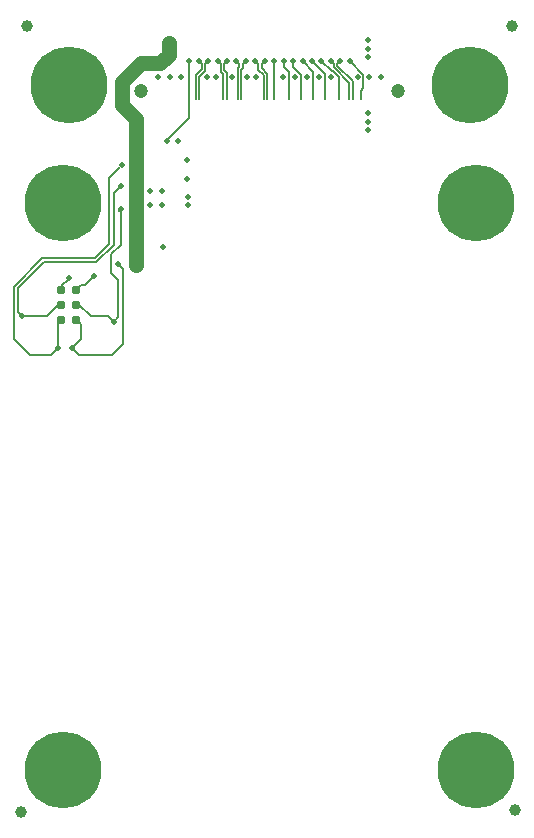
<source format=gbr>
%TF.GenerationSoftware,KiCad,Pcbnew,(5.1.9)-1*%
%TF.CreationDate,2021-04-06T13:06:01-07:00*%
%TF.ProjectId,SZG-TEMPLATE-STD,535a472d-5445-44d5-904c-4154452d5354,A*%
%TF.SameCoordinates,Original*%
%TF.FileFunction,Copper,L1,Top*%
%TF.FilePolarity,Positive*%
%FSLAX46Y46*%
G04 Gerber Fmt 4.6, Leading zero omitted, Abs format (unit mm)*
G04 Created by KiCad (PCBNEW (5.1.9)-1) date 2021-04-06 13:06:01*
%MOMM*%
%LPD*%
G01*
G04 APERTURE LIST*
%TA.AperFunction,ConnectorPad*%
%ADD10C,0.787400*%
%TD*%
%TA.AperFunction,ConnectorPad*%
%ADD11C,6.500000*%
%TD*%
%TA.AperFunction,ComponentPad*%
%ADD12C,3.600000*%
%TD*%
%TA.AperFunction,ComponentPad*%
%ADD13C,1.200000*%
%TD*%
%TA.AperFunction,SMDPad,CuDef*%
%ADD14C,1.000000*%
%TD*%
%TA.AperFunction,ViaPad*%
%ADD15C,0.508000*%
%TD*%
%TA.AperFunction,Conductor*%
%ADD16C,1.270000*%
%TD*%
%TA.AperFunction,Conductor*%
%ADD17C,0.177800*%
%TD*%
%TA.AperFunction,Conductor*%
%ADD18C,0.152400*%
%TD*%
%TA.AperFunction,Conductor*%
%ADD19C,0.133350*%
%TD*%
G04 APERTURE END LIST*
D10*
%TO.P,J2,1*%
%TO.N,+3V3*%
X126035000Y-85670000D03*
%TO.P,J2,2*%
%TO.N,/MCU_SCL_USCK*%
X124765000Y-85670000D03*
%TO.P,J2,3*%
%TO.N,/MCU_SDA_MOSI*%
X126035000Y-84400000D03*
%TO.P,J2,4*%
%TO.N,/MCU_MISO*%
X124765000Y-84400000D03*
%TO.P,J2,5*%
%TO.N,/MCU_RESET_B*%
X126035000Y-83130000D03*
%TO.P,J2,6*%
%TO.N,GND*%
X124765000Y-83130000D03*
%TD*%
D11*
%TO.P,H6,1*%
%TO.N,Net-(H6-Pad1)*%
X159900000Y-123800000D03*
D12*
X159900000Y-123800000D03*
%TD*%
D11*
%TO.P,H5,1*%
%TO.N,Net-(H5-Pad1)*%
X124900000Y-123800000D03*
D12*
X124900000Y-123800000D03*
%TD*%
D11*
%TO.P,H4,1*%
%TO.N,Net-(H4-Pad1)*%
X159900000Y-75800000D03*
D12*
X159900000Y-75800000D03*
%TD*%
D11*
%TO.P,H3,1*%
%TO.N,Net-(H3-Pad1)*%
X124900000Y-75800000D03*
D12*
X124900000Y-75800000D03*
%TD*%
D11*
%TO.P,H2,1*%
%TO.N,Net-(H2-Pad1)*%
X159400000Y-65800000D03*
D12*
X159400000Y-65800000D03*
%TD*%
D11*
%TO.P,H1,1*%
%TO.N,Net-(H1-Pad1)*%
X125400000Y-65800000D03*
D12*
X125400000Y-65800000D03*
%TD*%
D13*
%TO.P,J1,MH*%
%TO.N,N/C*%
X131555320Y-66300000D03*
X153245320Y-66300000D03*
%TD*%
D14*
%TO.P,FID5,*%
%TO.N,*%
X121900000Y-60800000D03*
%TD*%
%TO.P,FID6,*%
%TO.N,*%
X162900000Y-60800000D03*
%TD*%
%TO.P,FID7,*%
%TO.N,*%
X121322400Y-127350800D03*
%TD*%
%TO.P,FID8,*%
%TO.N,*%
X163212400Y-127165200D03*
%TD*%
D15*
%TO.N,+5V*%
X134073200Y-61993800D03*
X134073200Y-63416200D03*
X134066940Y-62716200D03*
%TO.N,GND*%
X125400000Y-82100000D03*
X132295200Y-75960800D03*
X133301600Y-75960800D03*
X132295200Y-74751200D03*
X133301600Y-74751200D03*
X137883200Y-65150000D03*
X140499400Y-65150000D03*
X141261400Y-65150000D03*
X139229400Y-65150000D03*
X137095800Y-65150000D03*
X134936800Y-65150000D03*
X133946200Y-65150000D03*
X132981000Y-65150000D03*
X135521000Y-75259200D03*
X135394000Y-72135000D03*
X135419400Y-73786000D03*
X149879800Y-65150000D03*
X150845000Y-65150000D03*
X151835600Y-65150000D03*
X143517600Y-65150000D03*
X145575000Y-65150000D03*
X147607000Y-65150000D03*
X146591000Y-65150000D03*
X144559000Y-65150000D03*
%TO.N,+3V3*%
X125700000Y-88050000D03*
X135521000Y-75945000D03*
X133412800Y-79501000D03*
X134632000Y-70509400D03*
X150735600Y-63415000D03*
X150729340Y-62715000D03*
X150729340Y-62003800D03*
X129550000Y-80900000D03*
%TO.N,/R_GA*%
X133717600Y-70509400D03*
X135597200Y-63778400D03*
%TO.N,/RSVD_38*%
X149202120Y-63778400D03*
%TO.N,/C2P_CLKN*%
X148402020Y-63778400D03*
%TO.N,/C2P_CLKP*%
X147601920Y-63778400D03*
%TO.N,/S27*%
X146801820Y-63778400D03*
%TO.N,/S25*%
X146001720Y-63778400D03*
%TO.N,/S23*%
X145201620Y-63778400D03*
%TO.N,/S21*%
X144401520Y-63778400D03*
%TO.N,/S19*%
X143601420Y-63778400D03*
%TO.N,/S17*%
X142801320Y-63778400D03*
%TO.N,/S15_D7N*%
X142001220Y-63778400D03*
%TO.N,/S13_D7P*%
X141201120Y-63778400D03*
%TO.N,/S11_D5N*%
X140401020Y-63778400D03*
%TO.N,/S9_D5P*%
X139600920Y-63778400D03*
%TO.N,/S7_D3N*%
X138800820Y-63778400D03*
%TO.N,/S5_D3P*%
X138000720Y-63778400D03*
%TO.N,/S3_D1N*%
X137200620Y-63778400D03*
%TO.N,/S1_D1P*%
X136400520Y-63778400D03*
%TO.N,/MCU_SDA_MOSI*%
X129806000Y-76326000D03*
X129199996Y-85819910D03*
%TO.N,/MCU_SCL_USCK*%
X124500000Y-88050000D03*
X129907600Y-72566800D03*
%TO.N,/MCU_MISO*%
X121450002Y-85350000D03*
X129806000Y-74370200D03*
%TO.N,/MCU_RESET_B*%
X127550000Y-81950000D03*
%TO.N,/VIO*%
X150729340Y-68158400D03*
X150729340Y-68895000D03*
X150735600Y-69595000D03*
%TD*%
D16*
%TO.N,+5V*%
X133895400Y-63219600D02*
X133895400Y-62254400D01*
X131126800Y-80999600D02*
X131126800Y-68680600D01*
X129933000Y-67486800D02*
X131126800Y-68680600D01*
X133158800Y-63956200D02*
X133895400Y-63219600D01*
X129933000Y-67486800D02*
X129933000Y-65531000D01*
X129933000Y-65531000D02*
X131507800Y-63956200D01*
X131507800Y-63956200D02*
X133158800Y-63956200D01*
D17*
%TO.N,GND*%
X125400000Y-82200000D02*
X125400000Y-82100000D01*
X124765000Y-82835000D02*
X125400000Y-82200000D01*
X124765000Y-83130000D02*
X124765000Y-82835000D01*
%TO.N,+3V3*%
X126428699Y-87321301D02*
X125700000Y-88050000D01*
X126035000Y-85670000D02*
X126428699Y-86063699D01*
X126428699Y-86063699D02*
X126428699Y-87321301D01*
X129550000Y-80900000D02*
X129550000Y-80900000D01*
X130004809Y-81354809D02*
X129550000Y-80900000D01*
X129050000Y-88650000D02*
X130004810Y-87695190D01*
X126300000Y-88650000D02*
X129050000Y-88650000D01*
X130004810Y-87695190D02*
X130004809Y-81354809D01*
X125700000Y-88050000D02*
X126300000Y-88650000D01*
%TO.N,/R_GA*%
X135597200Y-68579000D02*
X135597200Y-63778400D01*
X133717600Y-70458600D02*
X135597200Y-68579000D01*
D18*
%TO.N,/RSVD_38*%
X150354600Y-64930880D02*
X149202120Y-63778400D01*
X150354600Y-66064400D02*
X150354600Y-64930880D01*
X150126000Y-66293000D02*
X150354600Y-66064400D01*
X150126000Y-67000000D02*
X150126000Y-66293000D01*
D19*
%TO.N,/C2P_CLKN*%
X148144850Y-64035570D02*
X148402020Y-63778400D01*
X148144850Y-64161730D02*
X148144850Y-64035570D01*
X149446550Y-65463440D02*
X148144850Y-64161730D01*
X149446550Y-67000000D02*
X149446550Y-65463440D01*
%TO.N,/C2P_CLKP*%
X147859100Y-64035570D02*
X147601920Y-63778400D01*
X147859100Y-64280090D02*
X147859100Y-64035570D01*
X149160800Y-65581800D02*
X147859100Y-64280090D01*
X149160800Y-67000000D02*
X149160800Y-65581800D01*
D18*
%TO.N,/S27*%
X147665420Y-64642000D02*
X146801820Y-63778400D01*
X148322600Y-65150000D02*
X147814600Y-64642000D01*
X147814600Y-64642000D02*
X147665420Y-64642000D01*
X148322600Y-67000000D02*
X148322600Y-65150000D01*
D17*
%TO.N,/S25*%
X146001720Y-63778400D02*
X146062000Y-63838680D01*
D18*
X146036600Y-63778400D02*
X146001720Y-63778400D01*
X147128800Y-64870600D02*
X146036600Y-63778400D01*
X147128800Y-67000000D02*
X147128800Y-64870600D01*
%TO.N,/S23*%
X146087400Y-64664180D02*
X145201620Y-63778400D01*
X146087400Y-67000000D02*
X146087400Y-64664180D01*
%TO.N,/S21*%
X144401520Y-64276920D02*
X144401520Y-63778400D01*
X145071400Y-64946800D02*
X144401520Y-64276920D01*
X145071400Y-67000000D02*
X145071400Y-64946800D01*
%TO.N,/S19*%
X143601420Y-64264220D02*
X143601420Y-63778400D01*
X144030000Y-64692800D02*
X143601420Y-64264220D01*
X144030000Y-67000000D02*
X144030000Y-64692800D01*
%TO.N,/S17*%
X142801320Y-67000000D02*
X142801320Y-63778400D01*
D19*
%TO.N,/S15_D7N*%
X141744050Y-64035570D02*
X142001220Y-63778400D01*
X141744050Y-64388040D02*
X141744050Y-64035570D01*
X142207550Y-64851550D02*
X141744050Y-64388040D01*
X142207550Y-67000000D02*
X142207550Y-64851550D01*
%TO.N,/S13_D7P*%
X141458300Y-64035570D02*
X141201120Y-63778400D01*
X141458300Y-64506410D02*
X141458300Y-64035570D01*
X141921800Y-64969910D02*
X141458300Y-64506410D01*
X141921800Y-67000000D02*
X141921800Y-64969910D01*
%TO.N,/S11_D5N*%
X140143850Y-64035570D02*
X140401020Y-63778400D01*
X140143850Y-64353960D02*
X140143850Y-64035570D01*
X140023150Y-64474650D02*
X140143850Y-64353960D01*
X140023150Y-67000000D02*
X140023150Y-64474650D01*
%TO.N,/S9_D5P*%
X139858100Y-64035570D02*
X139600920Y-63778400D01*
X139858100Y-64235600D02*
X139858100Y-64035570D01*
X139737400Y-64356290D02*
X139858100Y-64235600D01*
X139737400Y-67000000D02*
X139737400Y-64356290D01*
%TO.N,/S7_D3N*%
X138543650Y-64035570D02*
X138800820Y-63778400D01*
X138781730Y-64778520D02*
X138543650Y-64540440D01*
X138781730Y-64935109D02*
X138781730Y-64778520D01*
X138781724Y-64935115D02*
X138781730Y-64935109D01*
X138543650Y-64540440D02*
X138543650Y-64035570D01*
X138781724Y-65364885D02*
X138781724Y-64935115D01*
X138781730Y-65364891D02*
X138781724Y-65364885D01*
X138781730Y-67000000D02*
X138781730Y-65364891D01*
%TO.N,/S5_D3P*%
X138257900Y-64035570D02*
X138000720Y-63778400D01*
X138257900Y-64658810D02*
X138257900Y-64035570D01*
X138495980Y-64896890D02*
X138257900Y-64658810D01*
X138495980Y-67000000D02*
X138495980Y-64896890D01*
%TO.N,/S3_D1N*%
X136943450Y-64035570D02*
X137200620Y-63778400D01*
X136943450Y-64588860D02*
X136943450Y-64035570D01*
X136435400Y-65096910D02*
X136943450Y-64588860D01*
X136435400Y-67000000D02*
X136435400Y-65096910D01*
%TO.N,/S1_D1P*%
X136657700Y-64035570D02*
X136400520Y-63778400D01*
X136657700Y-64470500D02*
X136657700Y-64035570D01*
X136149650Y-64978550D02*
X136657700Y-64470500D01*
X136149650Y-67000000D02*
X136149650Y-64978550D01*
D17*
%TO.N,/MCU_SDA_MOSI*%
X129700000Y-76432000D02*
X129806000Y-76326000D01*
X129600000Y-85419906D02*
X129199996Y-85819910D01*
X129600000Y-82275000D02*
X129600000Y-85419906D01*
X129000000Y-81675000D02*
X129600000Y-82275000D01*
X129000000Y-80100000D02*
X129000000Y-81675000D01*
X129806000Y-79294000D02*
X129000000Y-80100000D01*
X129806000Y-76326000D02*
X129806000Y-79294000D01*
X128730086Y-85350000D02*
X129199996Y-85819910D01*
X127250000Y-85350000D02*
X128730086Y-85350000D01*
X126300000Y-84400000D02*
X127250000Y-85350000D01*
X126035000Y-84400000D02*
X126300000Y-84400000D01*
%TO.N,/MCU_SCL_USCK*%
X124765000Y-85670000D02*
X124500000Y-85935000D01*
X124500000Y-85935000D02*
X124500000Y-88050000D01*
X124500000Y-88050000D02*
X124500000Y-88050000D01*
X128790000Y-73659000D02*
X129717100Y-72731900D01*
X128790000Y-79260000D02*
X128790000Y-73659000D01*
X127600000Y-80450000D02*
X128790000Y-79260000D01*
X123150000Y-80450000D02*
X127600000Y-80450000D01*
X120750000Y-87250000D02*
X120750000Y-82850000D01*
X122150000Y-88650000D02*
X120750000Y-87250000D01*
X120750000Y-82850000D02*
X123150000Y-80450000D01*
X123900000Y-88650000D02*
X122150000Y-88650000D01*
X124500000Y-88050000D02*
X123900000Y-88650000D01*
%TO.N,/MCU_MISO*%
X122000000Y-85350000D02*
X122000000Y-85350000D01*
X129247200Y-74929000D02*
X129806000Y-74370200D01*
X129247200Y-79302800D02*
X129247200Y-74929000D01*
X127750000Y-80800000D02*
X129247200Y-79302800D01*
X123300000Y-80800000D02*
X127750000Y-80800000D01*
X121100000Y-83000000D02*
X123300000Y-80800000D01*
X121100000Y-84999998D02*
X121100000Y-83000000D01*
X121450002Y-85350000D02*
X121100000Y-84999998D01*
X123550000Y-85350000D02*
X121450002Y-85350000D01*
X124500000Y-84400000D02*
X123550000Y-85350000D01*
X124765000Y-84400000D02*
X124500000Y-84400000D01*
%TO.N,/MCU_RESET_B*%
X126763699Y-82736301D02*
X127550000Y-81950000D01*
X126428699Y-82736301D02*
X126763699Y-82736301D01*
X126035000Y-83130000D02*
X126428699Y-82736301D01*
X127550000Y-81950000D02*
X127550000Y-81950000D01*
%TD*%
M02*

</source>
